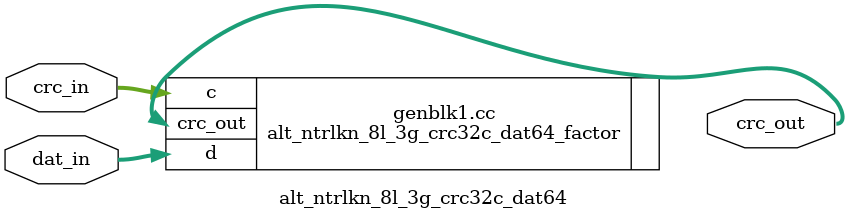
<source format=v>


`timescale 1 ps / 1 ps


module alt_ntrlkn_8l_3g_crc32c_dat64 (
	input[31:0] crc_in,
	input[63:0] dat_in,
	output[31:0] crc_out
);

parameter METHOD = 1;

generate
  if (METHOD == 0)
    alt_ntrlkn_8l_3g_crc32c_dat64_flat cc (.c(crc_in),.d(dat_in),.crc_out(crc_out));
  else
    alt_ntrlkn_8l_3g_crc32c_dat64_factor cc (.c(crc_in),.d(dat_in),.crc_out(crc_out));
endgenerate

endmodule

</source>
